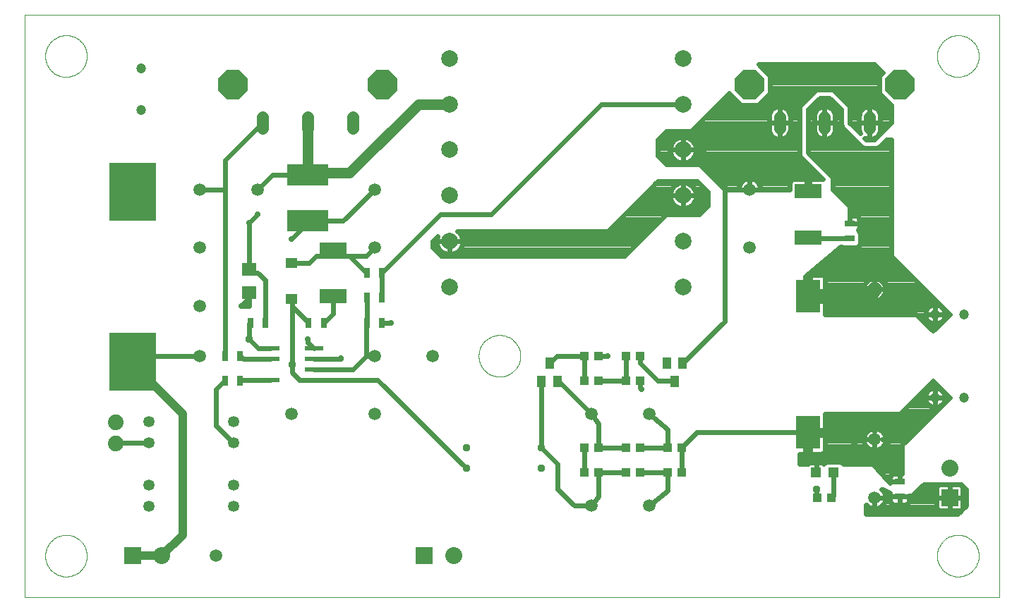
<source format=gtl>
G75*
G70*
%OFA0B0*%
%FSLAX24Y24*%
%IPPOS*%
%LPD*%
%AMOC8*
5,1,8,0,0,1.08239X$1,22.5*
%
%ADD10C,0.0000*%
%ADD11C,0.0787*%
%ADD12C,0.0551*%
%ADD13OC8,0.1384*%
%ADD14R,0.0800X0.0800*%
%ADD15C,0.0800*%
%ADD16C,0.0740*%
%ADD17C,0.0531*%
%ADD18R,0.1260X0.0709*%
%ADD19R,0.1969X0.0984*%
%ADD20C,0.0472*%
%ADD21R,0.0472X0.0315*%
%ADD22R,0.0315X0.0472*%
%ADD23R,0.1181X0.1575*%
%ADD24R,0.0472X0.0472*%
%ADD25R,0.0433X0.0394*%
%ADD26R,0.0709X0.0630*%
%ADD27C,0.0591*%
%ADD28R,0.0579X0.0500*%
%ADD29R,0.0870X0.0240*%
%ADD30C,0.0376*%
%ADD31R,0.0394X0.0551*%
%ADD32R,0.2205X0.2717*%
%ADD33C,0.0400*%
%ADD34C,0.0240*%
%ADD35C,0.0290*%
%ADD36C,0.0700*%
%ADD37C,0.0500*%
D10*
X001683Y002076D02*
X001683Y029635D01*
X047746Y029635D01*
X047746Y002076D01*
X001683Y002076D01*
X002668Y004045D02*
X002670Y004107D01*
X002676Y004170D01*
X002686Y004231D01*
X002700Y004292D01*
X002717Y004352D01*
X002738Y004411D01*
X002764Y004468D01*
X002792Y004523D01*
X002824Y004577D01*
X002860Y004628D01*
X002898Y004678D01*
X002940Y004724D01*
X002984Y004768D01*
X003032Y004809D01*
X003081Y004847D01*
X003133Y004881D01*
X003187Y004912D01*
X003243Y004940D01*
X003301Y004964D01*
X003360Y004985D01*
X003420Y005001D01*
X003481Y005014D01*
X003543Y005023D01*
X003605Y005028D01*
X003668Y005029D01*
X003730Y005026D01*
X003792Y005019D01*
X003854Y005008D01*
X003914Y004993D01*
X003974Y004975D01*
X004032Y004953D01*
X004089Y004927D01*
X004144Y004897D01*
X004197Y004864D01*
X004248Y004828D01*
X004296Y004789D01*
X004342Y004746D01*
X004385Y004701D01*
X004425Y004653D01*
X004462Y004603D01*
X004496Y004550D01*
X004527Y004496D01*
X004553Y004440D01*
X004577Y004382D01*
X004596Y004322D01*
X004612Y004262D01*
X004624Y004200D01*
X004632Y004139D01*
X004636Y004076D01*
X004636Y004014D01*
X004632Y003951D01*
X004624Y003890D01*
X004612Y003828D01*
X004596Y003768D01*
X004577Y003708D01*
X004553Y003650D01*
X004527Y003594D01*
X004496Y003540D01*
X004462Y003487D01*
X004425Y003437D01*
X004385Y003389D01*
X004342Y003344D01*
X004296Y003301D01*
X004248Y003262D01*
X004197Y003226D01*
X004144Y003193D01*
X004089Y003163D01*
X004032Y003137D01*
X003974Y003115D01*
X003914Y003097D01*
X003854Y003082D01*
X003792Y003071D01*
X003730Y003064D01*
X003668Y003061D01*
X003605Y003062D01*
X003543Y003067D01*
X003481Y003076D01*
X003420Y003089D01*
X003360Y003105D01*
X003301Y003126D01*
X003243Y003150D01*
X003187Y003178D01*
X003133Y003209D01*
X003081Y003243D01*
X003032Y003281D01*
X002984Y003322D01*
X002940Y003366D01*
X002898Y003412D01*
X002860Y003462D01*
X002824Y003513D01*
X002792Y003567D01*
X002764Y003622D01*
X002738Y003679D01*
X002717Y003738D01*
X002700Y003798D01*
X002686Y003859D01*
X002676Y003920D01*
X002670Y003983D01*
X002668Y004045D01*
X023140Y013494D02*
X023142Y013556D01*
X023148Y013619D01*
X023158Y013680D01*
X023172Y013741D01*
X023189Y013801D01*
X023210Y013860D01*
X023236Y013917D01*
X023264Y013972D01*
X023296Y014026D01*
X023332Y014077D01*
X023370Y014127D01*
X023412Y014173D01*
X023456Y014217D01*
X023504Y014258D01*
X023553Y014296D01*
X023605Y014330D01*
X023659Y014361D01*
X023715Y014389D01*
X023773Y014413D01*
X023832Y014434D01*
X023892Y014450D01*
X023953Y014463D01*
X024015Y014472D01*
X024077Y014477D01*
X024140Y014478D01*
X024202Y014475D01*
X024264Y014468D01*
X024326Y014457D01*
X024386Y014442D01*
X024446Y014424D01*
X024504Y014402D01*
X024561Y014376D01*
X024616Y014346D01*
X024669Y014313D01*
X024720Y014277D01*
X024768Y014238D01*
X024814Y014195D01*
X024857Y014150D01*
X024897Y014102D01*
X024934Y014052D01*
X024968Y013999D01*
X024999Y013945D01*
X025025Y013889D01*
X025049Y013831D01*
X025068Y013771D01*
X025084Y013711D01*
X025096Y013649D01*
X025104Y013588D01*
X025108Y013525D01*
X025108Y013463D01*
X025104Y013400D01*
X025096Y013339D01*
X025084Y013277D01*
X025068Y013217D01*
X025049Y013157D01*
X025025Y013099D01*
X024999Y013043D01*
X024968Y012989D01*
X024934Y012936D01*
X024897Y012886D01*
X024857Y012838D01*
X024814Y012793D01*
X024768Y012750D01*
X024720Y012711D01*
X024669Y012675D01*
X024616Y012642D01*
X024561Y012612D01*
X024504Y012586D01*
X024446Y012564D01*
X024386Y012546D01*
X024326Y012531D01*
X024264Y012520D01*
X024202Y012513D01*
X024140Y012510D01*
X024077Y012511D01*
X024015Y012516D01*
X023953Y012525D01*
X023892Y012538D01*
X023832Y012554D01*
X023773Y012575D01*
X023715Y012599D01*
X023659Y012627D01*
X023605Y012658D01*
X023553Y012692D01*
X023504Y012730D01*
X023456Y012771D01*
X023412Y012815D01*
X023370Y012861D01*
X023332Y012911D01*
X023296Y012962D01*
X023264Y013016D01*
X023236Y013071D01*
X023210Y013128D01*
X023189Y013187D01*
X023172Y013247D01*
X023158Y013308D01*
X023148Y013369D01*
X023142Y013432D01*
X023140Y013494D01*
X044794Y004045D02*
X044796Y004107D01*
X044802Y004170D01*
X044812Y004231D01*
X044826Y004292D01*
X044843Y004352D01*
X044864Y004411D01*
X044890Y004468D01*
X044918Y004523D01*
X044950Y004577D01*
X044986Y004628D01*
X045024Y004678D01*
X045066Y004724D01*
X045110Y004768D01*
X045158Y004809D01*
X045207Y004847D01*
X045259Y004881D01*
X045313Y004912D01*
X045369Y004940D01*
X045427Y004964D01*
X045486Y004985D01*
X045546Y005001D01*
X045607Y005014D01*
X045669Y005023D01*
X045731Y005028D01*
X045794Y005029D01*
X045856Y005026D01*
X045918Y005019D01*
X045980Y005008D01*
X046040Y004993D01*
X046100Y004975D01*
X046158Y004953D01*
X046215Y004927D01*
X046270Y004897D01*
X046323Y004864D01*
X046374Y004828D01*
X046422Y004789D01*
X046468Y004746D01*
X046511Y004701D01*
X046551Y004653D01*
X046588Y004603D01*
X046622Y004550D01*
X046653Y004496D01*
X046679Y004440D01*
X046703Y004382D01*
X046722Y004322D01*
X046738Y004262D01*
X046750Y004200D01*
X046758Y004139D01*
X046762Y004076D01*
X046762Y004014D01*
X046758Y003951D01*
X046750Y003890D01*
X046738Y003828D01*
X046722Y003768D01*
X046703Y003708D01*
X046679Y003650D01*
X046653Y003594D01*
X046622Y003540D01*
X046588Y003487D01*
X046551Y003437D01*
X046511Y003389D01*
X046468Y003344D01*
X046422Y003301D01*
X046374Y003262D01*
X046323Y003226D01*
X046270Y003193D01*
X046215Y003163D01*
X046158Y003137D01*
X046100Y003115D01*
X046040Y003097D01*
X045980Y003082D01*
X045918Y003071D01*
X045856Y003064D01*
X045794Y003061D01*
X045731Y003062D01*
X045669Y003067D01*
X045607Y003076D01*
X045546Y003089D01*
X045486Y003105D01*
X045427Y003126D01*
X045369Y003150D01*
X045313Y003178D01*
X045259Y003209D01*
X045207Y003243D01*
X045158Y003281D01*
X045110Y003322D01*
X045066Y003366D01*
X045024Y003412D01*
X044986Y003462D01*
X044950Y003513D01*
X044918Y003567D01*
X044890Y003622D01*
X044864Y003679D01*
X044843Y003738D01*
X044826Y003798D01*
X044812Y003859D01*
X044802Y003920D01*
X044796Y003983D01*
X044794Y004045D01*
X044794Y027667D02*
X044796Y027729D01*
X044802Y027792D01*
X044812Y027853D01*
X044826Y027914D01*
X044843Y027974D01*
X044864Y028033D01*
X044890Y028090D01*
X044918Y028145D01*
X044950Y028199D01*
X044986Y028250D01*
X045024Y028300D01*
X045066Y028346D01*
X045110Y028390D01*
X045158Y028431D01*
X045207Y028469D01*
X045259Y028503D01*
X045313Y028534D01*
X045369Y028562D01*
X045427Y028586D01*
X045486Y028607D01*
X045546Y028623D01*
X045607Y028636D01*
X045669Y028645D01*
X045731Y028650D01*
X045794Y028651D01*
X045856Y028648D01*
X045918Y028641D01*
X045980Y028630D01*
X046040Y028615D01*
X046100Y028597D01*
X046158Y028575D01*
X046215Y028549D01*
X046270Y028519D01*
X046323Y028486D01*
X046374Y028450D01*
X046422Y028411D01*
X046468Y028368D01*
X046511Y028323D01*
X046551Y028275D01*
X046588Y028225D01*
X046622Y028172D01*
X046653Y028118D01*
X046679Y028062D01*
X046703Y028004D01*
X046722Y027944D01*
X046738Y027884D01*
X046750Y027822D01*
X046758Y027761D01*
X046762Y027698D01*
X046762Y027636D01*
X046758Y027573D01*
X046750Y027512D01*
X046738Y027450D01*
X046722Y027390D01*
X046703Y027330D01*
X046679Y027272D01*
X046653Y027216D01*
X046622Y027162D01*
X046588Y027109D01*
X046551Y027059D01*
X046511Y027011D01*
X046468Y026966D01*
X046422Y026923D01*
X046374Y026884D01*
X046323Y026848D01*
X046270Y026815D01*
X046215Y026785D01*
X046158Y026759D01*
X046100Y026737D01*
X046040Y026719D01*
X045980Y026704D01*
X045918Y026693D01*
X045856Y026686D01*
X045794Y026683D01*
X045731Y026684D01*
X045669Y026689D01*
X045607Y026698D01*
X045546Y026711D01*
X045486Y026727D01*
X045427Y026748D01*
X045369Y026772D01*
X045313Y026800D01*
X045259Y026831D01*
X045207Y026865D01*
X045158Y026903D01*
X045110Y026944D01*
X045066Y026988D01*
X045024Y027034D01*
X044986Y027084D01*
X044950Y027135D01*
X044918Y027189D01*
X044890Y027244D01*
X044864Y027301D01*
X044843Y027360D01*
X044826Y027420D01*
X044812Y027481D01*
X044802Y027542D01*
X044796Y027605D01*
X044794Y027667D01*
X002668Y027667D02*
X002670Y027729D01*
X002676Y027792D01*
X002686Y027853D01*
X002700Y027914D01*
X002717Y027974D01*
X002738Y028033D01*
X002764Y028090D01*
X002792Y028145D01*
X002824Y028199D01*
X002860Y028250D01*
X002898Y028300D01*
X002940Y028346D01*
X002984Y028390D01*
X003032Y028431D01*
X003081Y028469D01*
X003133Y028503D01*
X003187Y028534D01*
X003243Y028562D01*
X003301Y028586D01*
X003360Y028607D01*
X003420Y028623D01*
X003481Y028636D01*
X003543Y028645D01*
X003605Y028650D01*
X003668Y028651D01*
X003730Y028648D01*
X003792Y028641D01*
X003854Y028630D01*
X003914Y028615D01*
X003974Y028597D01*
X004032Y028575D01*
X004089Y028549D01*
X004144Y028519D01*
X004197Y028486D01*
X004248Y028450D01*
X004296Y028411D01*
X004342Y028368D01*
X004385Y028323D01*
X004425Y028275D01*
X004462Y028225D01*
X004496Y028172D01*
X004527Y028118D01*
X004553Y028062D01*
X004577Y028004D01*
X004596Y027944D01*
X004612Y027884D01*
X004624Y027822D01*
X004632Y027761D01*
X004636Y027698D01*
X004636Y027636D01*
X004632Y027573D01*
X004624Y027512D01*
X004612Y027450D01*
X004596Y027390D01*
X004577Y027330D01*
X004553Y027272D01*
X004527Y027216D01*
X004496Y027162D01*
X004462Y027109D01*
X004425Y027059D01*
X004385Y027011D01*
X004342Y026966D01*
X004296Y026923D01*
X004248Y026884D01*
X004197Y026848D01*
X004144Y026815D01*
X004089Y026785D01*
X004032Y026759D01*
X003974Y026737D01*
X003914Y026719D01*
X003854Y026704D01*
X003792Y026693D01*
X003730Y026686D01*
X003668Y026683D01*
X003605Y026684D01*
X003543Y026689D01*
X003481Y026698D01*
X003420Y026711D01*
X003360Y026727D01*
X003301Y026748D01*
X003243Y026772D01*
X003187Y026800D01*
X003133Y026831D01*
X003081Y026865D01*
X003032Y026903D01*
X002984Y026944D01*
X002940Y026988D01*
X002898Y027034D01*
X002860Y027084D01*
X002824Y027135D01*
X002792Y027189D01*
X002764Y027244D01*
X002738Y027301D01*
X002717Y027360D01*
X002700Y027420D01*
X002686Y027481D01*
X002676Y027542D01*
X002670Y027605D01*
X002668Y027667D01*
D11*
X021762Y027568D03*
X021762Y025403D03*
X021762Y023238D03*
X021762Y021072D03*
X021762Y018907D03*
X021762Y016742D03*
X032786Y016742D03*
X032786Y018907D03*
X032786Y021072D03*
X032786Y023238D03*
X032786Y025403D03*
X032786Y027568D03*
D12*
X037352Y024793D02*
X037352Y024242D01*
X039478Y024242D02*
X039478Y024793D01*
X041604Y024793D02*
X041604Y024242D01*
X017195Y024242D02*
X017195Y024793D01*
X015069Y024793D02*
X015069Y024242D01*
X012943Y024242D02*
X012943Y024793D01*
D13*
X011526Y026328D03*
X018612Y026328D03*
X035935Y026328D03*
X043022Y026328D03*
D14*
X045384Y006801D03*
X020581Y004045D03*
X006801Y004045D03*
D15*
X008179Y004045D03*
X021959Y004045D03*
X045384Y008179D03*
D16*
X006014Y009344D03*
X006014Y010344D03*
D17*
X007557Y010375D03*
X007557Y009375D03*
X007557Y007375D03*
X007557Y006375D03*
X011557Y006375D03*
X011557Y007375D03*
X011557Y009375D03*
X011557Y010375D03*
D18*
X016250Y016328D03*
X016250Y018533D03*
X038691Y019084D03*
X038691Y021289D03*
D19*
X015069Y022057D03*
X015069Y019891D03*
D20*
X007195Y025108D03*
X007195Y027076D03*
X044695Y015462D03*
X046073Y015462D03*
X046073Y011525D03*
X044695Y011525D03*
D21*
X043022Y007549D03*
X043022Y006840D03*
X040660Y019045D03*
X040660Y019753D03*
D22*
X018573Y017431D03*
X017864Y017431D03*
X017864Y016249D03*
X018573Y016249D03*
X018573Y015068D03*
X017864Y015068D03*
X015817Y015068D03*
X015108Y015068D03*
X013061Y015068D03*
X012352Y015068D03*
X011880Y013494D03*
X011171Y013494D03*
X011171Y012312D03*
X011880Y012312D03*
D23*
X038691Y009871D03*
X038691Y016328D03*
D24*
X039065Y007982D03*
X039892Y007982D03*
D25*
X039813Y006801D03*
X039144Y006801D03*
X032726Y007982D03*
X032057Y007982D03*
X030758Y007982D03*
X030089Y007982D03*
X028789Y007982D03*
X028120Y007982D03*
X028120Y009163D03*
X028789Y009163D03*
X030089Y009163D03*
X030758Y009163D03*
X032057Y009163D03*
X032726Y009163D03*
X030758Y012312D03*
X030089Y012312D03*
X028789Y012312D03*
X028120Y012312D03*
X028120Y013494D03*
X028789Y013494D03*
X030089Y013494D03*
X030758Y013494D03*
D26*
X012313Y016486D03*
X012313Y017588D03*
D27*
X009951Y018612D03*
X009951Y021368D03*
X012707Y021368D03*
X018219Y021368D03*
X018219Y018612D03*
X018219Y013494D03*
X020974Y013494D03*
X018219Y010738D03*
X014282Y010738D03*
X009951Y013494D03*
X009951Y015856D03*
X028455Y010738D03*
X031211Y010738D03*
X031211Y006407D03*
X028455Y006407D03*
X041841Y006801D03*
X041841Y009557D03*
X041841Y016643D03*
X035935Y018612D03*
X035935Y021368D03*
X010738Y004045D03*
D28*
X014282Y016190D03*
X014282Y017883D03*
D29*
X013291Y013854D03*
X013291Y013354D03*
X013291Y012354D03*
X015351Y012354D03*
X015351Y012854D03*
X015351Y013354D03*
X015351Y013854D03*
D30*
X014321Y013100D03*
X012313Y014281D03*
X022549Y009163D03*
X022549Y008179D03*
X026093Y008179D03*
X026093Y009163D03*
X039085Y007194D03*
D31*
X032392Y012273D03*
X032766Y013139D03*
X032018Y013139D03*
X026860Y012273D03*
X026112Y012273D03*
X026486Y013139D03*
D32*
X006801Y013218D03*
X006801Y021249D03*
D33*
X006801Y020186D01*
X006801Y013494D02*
X006801Y013218D01*
X006998Y013218D01*
X006998Y013494D01*
X006801Y013218D02*
X006801Y013100D01*
X007195Y013100D01*
X007195Y012706D01*
X006801Y013100D01*
X007195Y012706D02*
X009163Y010738D01*
X009163Y005029D01*
X008179Y004045D01*
X006801Y004045D01*
D34*
X006014Y009344D02*
X006045Y009375D01*
X007557Y009375D01*
X010738Y010194D02*
X010738Y011919D01*
X011132Y012312D01*
X011171Y012312D01*
X011880Y012312D02*
X011921Y012354D01*
X013291Y012354D01*
X014321Y012706D02*
X014673Y012354D01*
X015351Y012354D01*
X018374Y012354D01*
X022549Y008179D01*
X026093Y009163D02*
X026112Y009183D01*
X026112Y012273D01*
X026860Y012273D02*
X026919Y012273D01*
X028455Y010738D01*
X028494Y010777D01*
X028455Y010738D02*
X028789Y010285D01*
X028789Y009163D01*
X030089Y009163D01*
X030758Y009163D02*
X032057Y009163D01*
X032057Y010009D01*
X031211Y010738D01*
X030817Y011919D02*
X030758Y011978D01*
X030758Y012312D01*
X030089Y012312D02*
X028789Y012312D01*
X028120Y012312D02*
X028120Y013494D01*
X026841Y013494D01*
X026486Y013139D01*
X026447Y013100D01*
X028789Y013494D02*
X029242Y013494D01*
X030089Y013494D02*
X030089Y012312D01*
X030758Y013159D02*
X031604Y012312D01*
X032352Y012312D01*
X032392Y012273D01*
X032766Y013139D02*
X034754Y015127D01*
X034754Y022155D01*
X033671Y023238D01*
X032786Y023238D01*
X033399Y023238D01*
X033399Y023286D01*
X033384Y023381D01*
X033354Y023473D01*
X033310Y023559D01*
X033254Y023637D01*
X033185Y023706D01*
X033107Y023762D01*
X033021Y023806D01*
X032929Y023836D01*
X032834Y023851D01*
X032786Y023851D01*
X032786Y023238D01*
X032786Y023237D01*
X032786Y022624D01*
X032834Y022624D01*
X032929Y022639D01*
X033021Y022669D01*
X033107Y022713D01*
X033185Y022770D01*
X033254Y022838D01*
X033310Y022916D01*
X033354Y023002D01*
X033384Y023094D01*
X033399Y023189D01*
X033399Y023237D01*
X032786Y023237D01*
X032785Y023237D01*
X032785Y022624D01*
X032737Y022624D01*
X032642Y022639D01*
X032550Y022669D01*
X032464Y022713D01*
X032386Y022770D01*
X032317Y022838D01*
X032261Y022916D01*
X032217Y023002D01*
X032187Y023094D01*
X032172Y023189D01*
X032172Y023237D01*
X032785Y023237D01*
X032785Y023238D01*
X032172Y023238D01*
X032172Y023286D01*
X032187Y023381D01*
X032217Y023473D01*
X032261Y023559D01*
X032317Y023637D01*
X032386Y023706D01*
X032464Y023762D01*
X032550Y023806D01*
X032642Y023836D01*
X032737Y023851D01*
X032785Y023851D01*
X032785Y023238D01*
X032786Y023238D01*
X032785Y023307D02*
X032786Y023307D01*
X032785Y023545D02*
X032786Y023545D01*
X032785Y023784D02*
X032786Y023784D01*
X033066Y023784D02*
X037159Y023784D01*
X037162Y023782D02*
X037236Y023758D01*
X037313Y023746D01*
X037352Y023746D01*
X037352Y024517D01*
X036857Y024517D01*
X036857Y024203D01*
X036869Y024126D01*
X036893Y024051D01*
X036929Y023982D01*
X036974Y023919D01*
X037030Y023864D01*
X037093Y023818D01*
X037162Y023782D01*
X037352Y023784D02*
X037353Y023784D01*
X037353Y023746D02*
X037391Y023746D01*
X037468Y023758D01*
X037543Y023782D01*
X037612Y023818D01*
X037675Y023864D01*
X037730Y023919D01*
X037776Y023982D01*
X037812Y024051D01*
X037836Y024126D01*
X037848Y024203D01*
X037848Y024517D01*
X037353Y024517D01*
X037353Y024517D01*
X037848Y024517D01*
X037848Y024832D01*
X037836Y024909D01*
X037812Y024983D01*
X037776Y025052D01*
X037730Y025116D01*
X037675Y025171D01*
X037612Y025217D01*
X037543Y025252D01*
X037468Y025276D01*
X037391Y025288D01*
X037353Y025288D01*
X037353Y024518D01*
X037352Y024518D01*
X037352Y025288D01*
X037313Y025288D01*
X037236Y025276D01*
X037162Y025252D01*
X037093Y025217D01*
X037030Y025171D01*
X036974Y025116D01*
X036929Y025052D01*
X036893Y024983D01*
X036869Y024909D01*
X036857Y024832D01*
X036857Y024517D01*
X037352Y024517D01*
X037352Y024517D01*
X037353Y024517D01*
X037353Y023746D01*
X037545Y023784D02*
X038297Y023784D01*
X038297Y024022D02*
X037797Y024022D01*
X037848Y024261D02*
X038297Y024261D01*
X038297Y024499D02*
X037848Y024499D01*
X037848Y024738D02*
X038297Y024738D01*
X038297Y024976D02*
X037814Y024976D01*
X037614Y025215D02*
X038297Y025215D01*
X038297Y025305D02*
X038297Y022942D01*
X039386Y021853D01*
X039350Y021863D01*
X038748Y021863D01*
X038748Y021368D01*
X038634Y021368D01*
X038634Y021863D01*
X038032Y021863D01*
X037976Y021848D01*
X037926Y021819D01*
X037885Y021778D01*
X037856Y021728D01*
X037841Y021672D01*
X037841Y021368D01*
X035936Y021368D01*
X036450Y021368D01*
X036450Y021408D01*
X036438Y021488D01*
X036413Y021565D01*
X036376Y021638D01*
X036328Y021703D01*
X036271Y021761D01*
X036205Y021808D01*
X036133Y021845D01*
X036056Y021870D01*
X035976Y021883D01*
X035935Y021883D01*
X035895Y021883D01*
X035814Y021870D01*
X035737Y021845D01*
X035665Y021808D01*
X035599Y021761D01*
X035542Y021703D01*
X035494Y021638D01*
X035458Y021565D01*
X035433Y021488D01*
X035420Y021408D01*
X035420Y021368D01*
X035935Y021368D01*
X035935Y021883D01*
X035935Y021368D01*
X035935Y021368D01*
X035935Y021368D01*
X034754Y021368D01*
X033573Y022549D01*
X031998Y022549D01*
X031604Y022942D01*
X031604Y023730D01*
X031998Y024123D01*
X033179Y024123D01*
X034972Y025916D01*
X035532Y025356D01*
X036338Y025356D01*
X036907Y025926D01*
X036907Y026731D01*
X036365Y027273D01*
X041841Y027273D01*
X042216Y026897D01*
X042050Y026731D01*
X042050Y025926D01*
X042619Y025356D01*
X042628Y025356D01*
X042628Y024517D01*
X041841Y023730D01*
X041447Y023730D01*
X041374Y023803D01*
X041414Y023782D01*
X041488Y023758D01*
X041565Y023746D01*
X041604Y023746D01*
X041604Y024517D01*
X041109Y024517D01*
X041109Y024203D01*
X041121Y024126D01*
X041145Y024051D01*
X041166Y024011D01*
X040660Y024517D01*
X040660Y025305D01*
X039872Y026092D01*
X039085Y026092D01*
X038297Y025305D01*
X038446Y025453D02*
X036435Y025453D01*
X036674Y025692D02*
X038685Y025692D01*
X038923Y025931D02*
X036907Y025931D01*
X036907Y026169D02*
X042050Y026169D01*
X042050Y025931D02*
X040034Y025931D01*
X040272Y025692D02*
X042283Y025692D01*
X042522Y025453D02*
X040511Y025453D01*
X040660Y025215D02*
X041342Y025215D01*
X041345Y025217D02*
X041282Y025171D01*
X041226Y025116D01*
X041181Y025052D01*
X041145Y024983D01*
X041121Y024909D01*
X041109Y024832D01*
X041109Y024517D01*
X041604Y024517D01*
X041604Y024517D01*
X041605Y024517D01*
X041605Y024517D01*
X042100Y024517D01*
X042100Y024203D01*
X042088Y024126D01*
X042064Y024051D01*
X042028Y023982D01*
X041982Y023919D01*
X041927Y023864D01*
X041864Y023818D01*
X041795Y023782D01*
X041720Y023758D01*
X041643Y023746D01*
X041605Y023746D01*
X041605Y024517D01*
X042100Y024517D01*
X042100Y024832D01*
X042088Y024909D01*
X042064Y024983D01*
X042028Y025052D01*
X041982Y025116D01*
X041927Y025171D01*
X041864Y025217D01*
X041795Y025252D01*
X041720Y025276D01*
X041643Y025288D01*
X041605Y025288D01*
X041605Y024518D01*
X041604Y024518D01*
X041604Y025288D01*
X041565Y025288D01*
X041488Y025276D01*
X041414Y025252D01*
X041345Y025217D01*
X041604Y025215D02*
X041605Y025215D01*
X041604Y024976D02*
X041605Y024976D01*
X041604Y024738D02*
X041605Y024738D01*
X041604Y024499D02*
X041605Y024499D01*
X041604Y024261D02*
X041605Y024261D01*
X041604Y024022D02*
X041605Y024022D01*
X041604Y023784D02*
X041605Y023784D01*
X041797Y023784D02*
X041895Y023784D01*
X042049Y024022D02*
X042133Y024022D01*
X042100Y024261D02*
X042372Y024261D01*
X042610Y024499D02*
X042100Y024499D01*
X042100Y024738D02*
X042628Y024738D01*
X042628Y024976D02*
X042066Y024976D01*
X041866Y025215D02*
X042628Y025215D01*
X042050Y026408D02*
X036907Y026408D01*
X036907Y026646D02*
X042050Y026646D01*
X042204Y026885D02*
X036753Y026885D01*
X036515Y027123D02*
X041990Y027123D01*
X040260Y025139D02*
X039706Y025692D01*
X039250Y025692D01*
X038697Y025139D01*
X038697Y023108D01*
X039705Y022100D01*
X039817Y021988D01*
X039878Y021841D01*
X039878Y021447D01*
X039878Y021361D01*
X040660Y020580D01*
X040660Y019754D01*
X040660Y019754D01*
X040660Y020131D01*
X040925Y020131D01*
X040981Y020116D01*
X041031Y020087D01*
X041072Y020046D01*
X041101Y019996D01*
X041116Y019940D01*
X041116Y019754D01*
X040660Y019754D01*
X040660Y019753D01*
X041116Y019753D01*
X041116Y019567D01*
X041101Y019511D01*
X041072Y019461D01*
X041052Y019441D01*
X041054Y019440D01*
X041133Y019361D01*
X041176Y019258D01*
X041176Y018832D01*
X041133Y018729D01*
X041054Y018650D01*
X040951Y018607D01*
X040368Y018607D01*
X040277Y018645D01*
X040227Y018645D01*
X038571Y017265D01*
X038571Y016448D01*
X038811Y016448D01*
X039502Y016448D01*
X039502Y017145D01*
X039487Y017201D01*
X039458Y017251D01*
X039417Y017292D01*
X039366Y017321D01*
X039311Y017336D01*
X038811Y017336D01*
X038811Y016448D01*
X038811Y016208D01*
X039502Y016208D01*
X039502Y015512D01*
X039488Y015462D01*
X041053Y015462D01*
X041504Y016251D01*
X041505Y016250D01*
X041571Y016202D01*
X041643Y016166D01*
X041720Y016141D01*
X041800Y016128D01*
X041840Y016128D01*
X041840Y016643D01*
X041325Y016643D01*
X041325Y016603D01*
X041338Y016522D01*
X041363Y016445D01*
X041400Y016373D01*
X041448Y016307D01*
X041505Y016250D01*
X041571Y016202D01*
X041624Y016175D01*
X041053Y015462D01*
X043809Y015462D01*
X044597Y014675D01*
X045384Y015462D01*
X042628Y018218D01*
X042007Y017131D01*
X042038Y017121D01*
X042111Y017084D01*
X042176Y017036D01*
X042234Y016979D01*
X042281Y016913D01*
X042318Y016841D01*
X042343Y016764D01*
X042356Y016684D01*
X042356Y016643D01*
X041841Y016643D01*
X041841Y016643D01*
X042356Y016643D01*
X042356Y016603D01*
X042343Y016522D01*
X042318Y016445D01*
X042281Y016373D01*
X042234Y016307D01*
X042176Y016250D01*
X042111Y016202D01*
X042038Y016166D01*
X041961Y016141D01*
X041881Y016128D01*
X041841Y016128D01*
X041841Y016643D01*
X041840Y016643D01*
X041840Y016643D01*
X041325Y016643D01*
X041325Y016684D01*
X041338Y016764D01*
X041363Y016841D01*
X041400Y016913D01*
X041448Y016979D01*
X041505Y017036D01*
X041571Y017084D01*
X041643Y017121D01*
X041720Y017146D01*
X041800Y017158D01*
X041840Y017158D01*
X041840Y016644D01*
X041841Y016644D01*
X041841Y017158D01*
X041881Y017158D01*
X041961Y017146D01*
X042038Y017121D01*
X042111Y017084D01*
X042176Y017036D01*
X042234Y016979D01*
X042249Y016957D01*
X042628Y017431D01*
X042628Y023730D01*
X042406Y023730D01*
X042180Y023503D01*
X042067Y023391D01*
X041920Y023330D01*
X041526Y023330D01*
X041367Y023330D01*
X041220Y023391D01*
X040433Y024178D01*
X040320Y024291D01*
X040260Y024438D01*
X040260Y025139D01*
X040183Y025215D02*
X039740Y025215D01*
X039738Y025217D02*
X039669Y025252D01*
X039594Y025276D01*
X039517Y025288D01*
X039479Y025288D01*
X039479Y024518D01*
X039478Y024518D01*
X039478Y025288D01*
X039439Y025288D01*
X039362Y025276D01*
X039288Y025252D01*
X039219Y025217D01*
X039156Y025171D01*
X039100Y025116D01*
X039055Y025052D01*
X039019Y024983D01*
X038995Y024909D01*
X038983Y024832D01*
X038983Y024517D01*
X038983Y024203D01*
X038995Y024126D01*
X039019Y024051D01*
X039055Y023982D01*
X039100Y023919D01*
X039156Y023864D01*
X039219Y023818D01*
X039288Y023782D01*
X039362Y023758D01*
X039439Y023746D01*
X039478Y023746D01*
X039478Y024517D01*
X038983Y024517D01*
X039478Y024517D01*
X039478Y024517D01*
X039479Y024517D01*
X039479Y024517D01*
X039974Y024517D01*
X039974Y024203D01*
X039962Y024126D01*
X039938Y024051D01*
X039902Y023982D01*
X039856Y023919D01*
X039801Y023864D01*
X039738Y023818D01*
X039669Y023782D01*
X039594Y023758D01*
X039517Y023746D01*
X039479Y023746D01*
X039479Y024517D01*
X039974Y024517D01*
X039974Y024832D01*
X039962Y024909D01*
X039938Y024983D01*
X039902Y025052D01*
X039856Y025116D01*
X039801Y025171D01*
X039738Y025217D01*
X039479Y025215D02*
X039478Y025215D01*
X039478Y024976D02*
X039479Y024976D01*
X039478Y024738D02*
X039479Y024738D01*
X039478Y024499D02*
X039479Y024499D01*
X039478Y024261D02*
X039479Y024261D01*
X039478Y024022D02*
X039479Y024022D01*
X039478Y023784D02*
X039479Y023784D01*
X039671Y023784D02*
X040827Y023784D01*
X040589Y024022D02*
X039923Y024022D01*
X039974Y024261D02*
X040350Y024261D01*
X040260Y024499D02*
X039974Y024499D01*
X039974Y024738D02*
X040260Y024738D01*
X040260Y024976D02*
X039940Y024976D01*
X040660Y024976D02*
X041143Y024976D01*
X041109Y024738D02*
X040660Y024738D01*
X040677Y024499D02*
X041109Y024499D01*
X041109Y024261D02*
X040916Y024261D01*
X041154Y024022D02*
X041160Y024022D01*
X041393Y023784D02*
X041411Y023784D01*
X041066Y023545D02*
X038697Y023545D01*
X038697Y023307D02*
X042628Y023307D01*
X042628Y023545D02*
X042222Y023545D01*
X042628Y023068D02*
X038737Y023068D01*
X038976Y022829D02*
X042628Y022829D01*
X042628Y022591D02*
X039214Y022591D01*
X039453Y022352D02*
X042628Y022352D01*
X042628Y022114D02*
X039691Y022114D01*
X039864Y021875D02*
X042628Y021875D01*
X042628Y021637D02*
X039878Y021637D01*
X039878Y021398D02*
X042628Y021398D01*
X042628Y021160D02*
X040080Y021160D01*
X040319Y020921D02*
X042628Y020921D01*
X042628Y020683D02*
X040557Y020683D01*
X040660Y020444D02*
X042628Y020444D01*
X042628Y020206D02*
X040660Y020206D01*
X040660Y019967D02*
X040660Y019967D01*
X041108Y019967D02*
X042628Y019967D01*
X042628Y019728D02*
X041116Y019728D01*
X041089Y019490D02*
X042628Y019490D01*
X042628Y019251D02*
X041176Y019251D01*
X041176Y019013D02*
X042628Y019013D01*
X042628Y018774D02*
X041152Y018774D01*
X040660Y019045D02*
X038730Y019045D01*
X038691Y019084D01*
X039810Y018297D02*
X042628Y018297D01*
X042628Y018059D02*
X039523Y018059D01*
X039237Y017820D02*
X042628Y017820D01*
X042401Y017820D02*
X043026Y017820D01*
X043264Y017582D02*
X042264Y017582D01*
X042128Y017343D02*
X043503Y017343D01*
X043742Y017104D02*
X042070Y017104D01*
X042367Y017104D01*
X042305Y016866D02*
X043980Y016866D01*
X044219Y016627D02*
X042356Y016627D01*
X042289Y016389D02*
X044457Y016389D01*
X044696Y016150D02*
X041991Y016150D01*
X041841Y016150D02*
X041840Y016150D01*
X041690Y016150D02*
X041446Y016150D01*
X041604Y016150D02*
X039502Y016150D01*
X039502Y015912D02*
X041413Y015912D01*
X041310Y015912D02*
X044618Y015912D01*
X044588Y015907D02*
X044520Y015885D01*
X044456Y015852D01*
X044398Y015810D01*
X044347Y015759D01*
X044305Y015701D01*
X044272Y015637D01*
X044250Y015569D01*
X044239Y015498D01*
X044239Y015462D01*
X044239Y015426D01*
X044250Y015355D01*
X044272Y015287D01*
X044305Y015223D01*
X044347Y015165D01*
X044398Y015114D01*
X044456Y015072D01*
X044520Y015039D01*
X044588Y015017D01*
X044659Y015006D01*
X044695Y015006D01*
X044731Y015006D01*
X044802Y015017D01*
X044870Y015039D01*
X044934Y015072D01*
X044992Y015114D01*
X045043Y015165D01*
X045085Y015223D01*
X045118Y015287D01*
X045140Y015355D01*
X045151Y015426D01*
X045151Y015462D01*
X045151Y015498D01*
X045140Y015569D01*
X045118Y015637D01*
X045085Y015701D01*
X045043Y015759D01*
X044992Y015810D01*
X044934Y015852D01*
X044870Y015885D01*
X044802Y015907D01*
X044731Y015918D01*
X044695Y015918D01*
X044695Y015462D01*
X045151Y015462D01*
X044695Y015462D01*
X044695Y015462D01*
X044695Y015006D01*
X044695Y015462D01*
X044695Y015462D01*
X044695Y015462D01*
X044239Y015462D01*
X044695Y015462D01*
X044695Y015462D01*
X044695Y015918D01*
X044659Y015918D01*
X044588Y015907D01*
X044695Y015912D02*
X044695Y015912D01*
X044772Y015912D02*
X044934Y015912D01*
X045099Y015673D02*
X045173Y015673D01*
X045151Y015435D02*
X045357Y015435D01*
X045118Y015196D02*
X045066Y015196D01*
X044879Y014958D02*
X044314Y014958D01*
X044324Y015196D02*
X044075Y015196D01*
X044239Y015435D02*
X043837Y015435D01*
X044291Y015673D02*
X041174Y015673D01*
X041222Y015673D02*
X039502Y015673D01*
X039502Y016627D02*
X041325Y016627D01*
X041376Y016866D02*
X039502Y016866D01*
X039502Y017104D02*
X041611Y017104D01*
X041840Y017104D02*
X041841Y017104D01*
X041840Y016866D02*
X041841Y016866D01*
X041840Y016627D02*
X041841Y016627D01*
X041840Y016389D02*
X041841Y016389D01*
X041392Y016389D02*
X038811Y016389D01*
X038811Y016627D02*
X038571Y016627D01*
X038571Y016866D02*
X038811Y016866D01*
X038811Y017104D02*
X038571Y017104D01*
X038665Y017343D02*
X042558Y017343D01*
X042628Y017582D02*
X038951Y017582D01*
X040096Y018536D02*
X042628Y018536D01*
X042537Y018059D02*
X042787Y018059D01*
X044695Y015673D02*
X044695Y015673D01*
X044695Y015435D02*
X044695Y015435D01*
X044695Y015196D02*
X044695Y015196D01*
X044641Y014719D02*
X044552Y014719D01*
X044597Y012312D02*
X045384Y011525D01*
X043140Y009281D01*
X043140Y008612D01*
X042336Y009415D01*
X042343Y009436D01*
X042356Y009516D01*
X042356Y009556D01*
X042195Y009556D01*
X042195Y009557D01*
X042356Y009557D01*
X042356Y009597D01*
X042343Y009677D01*
X042318Y009754D01*
X042281Y009827D01*
X042234Y009892D01*
X042176Y009950D01*
X042111Y009997D01*
X042038Y010034D01*
X041961Y010059D01*
X041881Y010072D01*
X041841Y010072D01*
X041841Y009911D01*
X041840Y009911D01*
X041840Y010072D01*
X041800Y010072D01*
X041720Y010059D01*
X041699Y010052D01*
X041053Y010698D01*
X041053Y010738D01*
X043022Y010738D01*
X044597Y012312D01*
X044814Y012095D02*
X044379Y012095D01*
X044456Y011915D02*
X044398Y011873D01*
X044347Y011822D01*
X044305Y011764D01*
X044272Y011700D01*
X044250Y011632D01*
X044239Y011561D01*
X044239Y011525D01*
X044239Y011489D01*
X044250Y011418D01*
X044272Y011350D01*
X044305Y011286D01*
X044347Y011228D01*
X044398Y011177D01*
X044456Y011135D01*
X044520Y011102D01*
X044588Y011080D01*
X044659Y011069D01*
X044695Y011069D01*
X044731Y011069D01*
X044802Y011080D01*
X044870Y011102D01*
X044934Y011135D01*
X044992Y011177D01*
X045043Y011228D01*
X045085Y011286D01*
X045118Y011350D01*
X045140Y011418D01*
X045151Y011489D01*
X045151Y011525D01*
X045151Y011561D01*
X045140Y011632D01*
X045118Y011700D01*
X045085Y011764D01*
X045043Y011822D01*
X044992Y011873D01*
X044934Y011915D01*
X044870Y011948D01*
X044802Y011970D01*
X044731Y011981D01*
X044695Y011981D01*
X044695Y011525D01*
X045151Y011525D01*
X044695Y011525D01*
X044695Y011525D01*
X044695Y011069D01*
X044695Y011525D01*
X044695Y011525D01*
X044695Y011525D01*
X044239Y011525D01*
X044695Y011525D01*
X044695Y011525D01*
X044695Y011981D01*
X044659Y011981D01*
X044588Y011970D01*
X044520Y011948D01*
X044456Y011915D01*
X044381Y011856D02*
X044141Y011856D01*
X044248Y011618D02*
X043902Y011618D01*
X043664Y011379D02*
X044263Y011379D01*
X044448Y011141D02*
X043425Y011141D01*
X043186Y010902D02*
X044761Y010902D01*
X044695Y011141D02*
X044695Y011141D01*
X044695Y011379D02*
X044695Y011379D01*
X044695Y011618D02*
X044695Y011618D01*
X044695Y011856D02*
X044695Y011856D01*
X045009Y011856D02*
X045052Y011856D01*
X045142Y011618D02*
X045291Y011618D01*
X045238Y011379D02*
X045127Y011379D01*
X045000Y011141D02*
X044942Y011141D01*
X044523Y010664D02*
X041088Y010664D01*
X041127Y010664D02*
X039502Y010664D01*
X039502Y010688D02*
X039488Y010738D01*
X041053Y010738D01*
X041730Y010061D01*
X041720Y010059D01*
X041643Y010034D01*
X041571Y009997D01*
X041505Y009950D01*
X041448Y009892D01*
X041400Y009827D01*
X041363Y009754D01*
X041338Y009677D01*
X041325Y009597D01*
X041325Y009557D01*
X041840Y009557D01*
X041840Y009556D01*
X041325Y009556D01*
X041325Y009516D01*
X041338Y009436D01*
X041363Y009359D01*
X041400Y009286D01*
X041448Y009221D01*
X041505Y009164D01*
X041571Y009116D01*
X041643Y009079D01*
X041720Y009054D01*
X041800Y009041D01*
X041840Y009041D01*
X041840Y009556D01*
X041841Y009556D01*
X041841Y009041D01*
X041881Y009041D01*
X041961Y009054D01*
X042038Y009079D01*
X042111Y009116D01*
X042176Y009164D01*
X042234Y009221D01*
X042281Y009286D01*
X042318Y009359D01*
X042343Y009436D01*
X042345Y009446D01*
X043140Y008651D01*
X043140Y007926D01*
X043022Y007926D01*
X043022Y007549D01*
X043021Y007549D01*
X043021Y007548D01*
X042566Y007548D01*
X042566Y007499D01*
X041053Y009163D01*
X039502Y009163D01*
X039502Y009752D01*
X038811Y009752D01*
X038811Y009991D01*
X039502Y009991D01*
X039502Y010688D01*
X039502Y010425D02*
X041366Y010425D01*
X041326Y010425D02*
X044284Y010425D01*
X044046Y010187D02*
X041565Y010187D01*
X041604Y010187D02*
X039502Y010187D01*
X038811Y009948D02*
X041504Y009948D01*
X041349Y009710D02*
X039502Y009710D01*
X039502Y009557D02*
X040660Y009557D01*
X041841Y008375D01*
X040366Y008375D01*
X040365Y008377D01*
X040287Y008455D01*
X040184Y008498D01*
X039600Y008498D01*
X039497Y008455D01*
X039436Y008394D01*
X039386Y008423D01*
X039330Y008438D01*
X039065Y008438D01*
X038800Y008438D01*
X038744Y008423D01*
X038694Y008394D01*
X038675Y008375D01*
X038297Y008375D01*
X038297Y008864D01*
X038571Y008864D01*
X038571Y009557D01*
X038811Y009557D01*
X038811Y008864D01*
X039311Y008864D01*
X039366Y008879D01*
X039417Y008908D01*
X039458Y008949D01*
X039487Y008999D01*
X039502Y009055D01*
X039502Y009557D01*
X039502Y009471D02*
X040745Y009471D01*
X040984Y009233D02*
X039502Y009233D01*
X041439Y009233D01*
X041332Y009471D02*
X039502Y009471D01*
X039484Y008994D02*
X041222Y008994D01*
X041207Y008994D02*
X042797Y008994D01*
X042758Y008994D02*
X043140Y008994D01*
X043140Y009233D02*
X042519Y009233D01*
X042558Y009233D02*
X042242Y009233D01*
X042349Y009471D02*
X043330Y009471D01*
X043569Y009710D02*
X042333Y009710D01*
X042178Y009948D02*
X043807Y009948D01*
X043140Y008755D02*
X042996Y008755D01*
X043035Y008755D02*
X041424Y008755D01*
X041461Y008755D02*
X038297Y008755D01*
X038297Y008517D02*
X041699Y008517D01*
X041640Y008517D02*
X043140Y008517D01*
X043140Y008278D02*
X041857Y008278D01*
X042074Y008040D02*
X043140Y008040D01*
X043021Y007926D02*
X042756Y007926D01*
X042701Y007911D01*
X042650Y007882D01*
X042609Y007841D01*
X042581Y007791D01*
X042566Y007735D01*
X042566Y007549D01*
X043021Y007549D01*
X043021Y007926D01*
X043021Y007801D02*
X043022Y007801D01*
X043021Y007563D02*
X043022Y007563D01*
X042566Y007563D02*
X042508Y007563D01*
X042586Y007801D02*
X042291Y007801D01*
X042234Y007194D02*
X042358Y007132D01*
X042359Y007132D01*
X042386Y007103D01*
X042423Y007085D01*
X042456Y007061D01*
X042494Y007052D01*
X042529Y007035D01*
X042556Y007034D01*
X042566Y007028D01*
X042566Y007026D01*
X042566Y006840D01*
X042943Y006840D01*
X042943Y006840D01*
X042566Y006840D01*
X042566Y006654D01*
X042581Y006598D01*
X042609Y006547D01*
X042650Y006506D01*
X042701Y006478D01*
X042756Y006463D01*
X043021Y006463D01*
X043021Y006801D01*
X043022Y006801D01*
X043022Y006463D01*
X043287Y006463D01*
X043343Y006478D01*
X043393Y006506D01*
X043434Y006547D01*
X043463Y006598D01*
X043478Y006654D01*
X043478Y006840D01*
X043478Y006879D01*
X043612Y006879D01*
X044163Y007431D01*
X045935Y007431D01*
X046171Y007194D01*
X046171Y006407D01*
X045778Y006013D01*
X041447Y006013D01*
X041447Y006466D01*
X041448Y006465D01*
X041505Y006408D01*
X041571Y006360D01*
X041643Y006323D01*
X041720Y006298D01*
X041800Y006285D01*
X041840Y006285D01*
X041840Y006800D01*
X041841Y006800D01*
X041841Y006285D01*
X041881Y006285D01*
X041961Y006298D01*
X042038Y006323D01*
X042111Y006360D01*
X042176Y006408D01*
X042234Y006465D01*
X042281Y006531D01*
X042318Y006603D01*
X042343Y006680D01*
X042356Y006760D01*
X042356Y006800D01*
X041841Y006800D01*
X041841Y006801D01*
X042356Y006801D01*
X042356Y006841D01*
X042343Y006921D01*
X042318Y006998D01*
X042281Y007071D01*
X042234Y007136D01*
X042176Y007194D01*
X042175Y007194D01*
X042234Y007194D01*
X042270Y007086D02*
X042422Y007086D01*
X042355Y006847D02*
X042566Y006847D01*
X042578Y006609D02*
X042320Y006609D01*
X042125Y006370D02*
X044764Y006370D01*
X044764Y006372D02*
X044779Y006316D01*
X044808Y006266D01*
X044849Y006225D01*
X044899Y006196D01*
X044955Y006181D01*
X045384Y006181D01*
X045813Y006181D01*
X045869Y006196D01*
X045919Y006225D01*
X045960Y006266D01*
X045989Y006316D01*
X046004Y006372D01*
X046004Y006800D01*
X045384Y006800D01*
X045384Y006181D01*
X045384Y006800D01*
X045384Y006800D01*
X045384Y006801D01*
X045384Y006801D01*
X045384Y007421D01*
X045813Y007421D01*
X045869Y007406D01*
X045919Y007377D01*
X045960Y007336D01*
X045989Y007286D01*
X046004Y007230D01*
X046004Y006801D01*
X045384Y006801D01*
X045384Y007421D01*
X044955Y007421D01*
X044899Y007406D01*
X044849Y007377D01*
X044808Y007336D01*
X044779Y007286D01*
X044764Y007230D01*
X044764Y006801D01*
X045384Y006801D01*
X045384Y006800D01*
X044764Y006800D01*
X044764Y006372D01*
X044764Y006609D02*
X043466Y006609D01*
X043478Y006840D02*
X043061Y006840D01*
X043061Y006840D01*
X043478Y006840D01*
X043478Y006847D02*
X044764Y006847D01*
X044764Y007086D02*
X043819Y007086D01*
X044057Y007324D02*
X044801Y007324D01*
X045384Y007324D02*
X045384Y007324D01*
X045384Y007086D02*
X045384Y007086D01*
X045384Y006847D02*
X045384Y006847D01*
X045384Y006609D02*
X045384Y006609D01*
X045384Y006370D02*
X045384Y006370D01*
X045896Y006131D02*
X041447Y006131D01*
X041447Y006370D02*
X041557Y006370D01*
X041840Y006370D02*
X041841Y006370D01*
X041840Y006609D02*
X041841Y006609D01*
X043021Y006609D02*
X043022Y006609D01*
X043022Y006801D02*
X043022Y006801D01*
X039892Y006879D02*
X039813Y006801D01*
X039892Y006879D02*
X039892Y007982D01*
X039085Y008001D02*
X039085Y008769D01*
X039065Y008438D02*
X039065Y008375D01*
X039065Y008375D01*
X039065Y008438D01*
X039085Y008001D02*
X039065Y007982D01*
X039085Y007194D02*
X039085Y006860D01*
X039144Y006801D01*
X038811Y008994D02*
X038571Y008994D01*
X038571Y009233D02*
X038811Y009233D01*
X038811Y009471D02*
X038571Y009471D01*
X038691Y009871D02*
X033435Y009871D01*
X032726Y009163D01*
X032726Y007982D01*
X032057Y007982D02*
X030758Y007982D01*
X030089Y007982D02*
X028789Y007982D01*
X028789Y006860D01*
X028455Y006407D01*
X027667Y006407D01*
X026880Y007194D01*
X026880Y008375D01*
X026093Y009163D01*
X028120Y009163D02*
X028120Y007982D01*
X031211Y006407D02*
X032057Y007135D01*
X032057Y007982D01*
X030758Y013159D02*
X030758Y013494D01*
X030030Y018218D02*
X021368Y018218D01*
X020974Y018612D01*
X020974Y018927D01*
X021197Y019149D01*
X021193Y019142D01*
X021163Y019051D01*
X021148Y018955D01*
X021148Y018907D01*
X021761Y018907D01*
X021761Y018907D01*
X021148Y018907D01*
X021148Y018859D01*
X021163Y018763D01*
X021193Y018671D01*
X021237Y018585D01*
X021294Y018507D01*
X021362Y018439D01*
X021440Y018382D01*
X021526Y018338D01*
X021618Y018308D01*
X021714Y018293D01*
X021762Y018293D01*
X021810Y018293D01*
X021906Y018308D01*
X021997Y018338D01*
X022084Y018382D01*
X022162Y018439D01*
X022230Y018507D01*
X022287Y018585D01*
X022331Y018671D01*
X022360Y018763D01*
X022376Y018859D01*
X022376Y018907D01*
X022376Y018955D01*
X022360Y019051D01*
X022331Y019142D01*
X022287Y019229D01*
X022230Y019307D01*
X022162Y019375D01*
X022129Y019399D01*
X029242Y019399D01*
X031604Y021761D01*
X033455Y021761D01*
X033967Y021250D01*
X033967Y020580D01*
X033573Y020186D01*
X031998Y020186D01*
X030030Y018218D01*
X030109Y018297D02*
X021835Y018297D01*
X021762Y018297D02*
X021762Y018297D01*
X021762Y018293D02*
X021762Y018906D01*
X021762Y018906D01*
X021762Y018293D01*
X021689Y018297D02*
X021289Y018297D01*
X021273Y018536D02*
X021050Y018536D01*
X020974Y018774D02*
X021162Y018774D01*
X021157Y019013D02*
X021060Y019013D01*
X021762Y018907D02*
X022376Y018907D01*
X021762Y018907D01*
X021762Y018907D01*
X021762Y018774D02*
X021762Y018774D01*
X021762Y018536D02*
X021762Y018536D01*
X022251Y018536D02*
X030347Y018536D01*
X030586Y018774D02*
X022362Y018774D01*
X022366Y019013D02*
X030824Y019013D01*
X031063Y019251D02*
X022270Y019251D01*
X021329Y020186D02*
X023730Y020186D01*
X028947Y025403D01*
X032786Y025403D01*
X033794Y024738D02*
X036857Y024738D01*
X036857Y024499D02*
X033555Y024499D01*
X033316Y024261D02*
X036857Y024261D01*
X036908Y024022D02*
X031897Y024022D01*
X031658Y023784D02*
X032505Y023784D01*
X032253Y023545D02*
X031604Y023545D01*
X031604Y023307D02*
X032175Y023307D01*
X032195Y023068D02*
X031604Y023068D01*
X031717Y022829D02*
X032326Y022829D01*
X031956Y022591D02*
X038649Y022591D01*
X038887Y022352D02*
X033769Y022352D01*
X034008Y022114D02*
X039126Y022114D01*
X039364Y021875D02*
X036023Y021875D01*
X035935Y021875D02*
X035935Y021875D01*
X035847Y021875D02*
X034246Y021875D01*
X034485Y021637D02*
X035494Y021637D01*
X035420Y021398D02*
X034723Y021398D01*
X033967Y021160D02*
X033393Y021160D01*
X033399Y021121D02*
X033384Y021216D01*
X033354Y021308D01*
X033310Y021394D01*
X033254Y021472D01*
X033185Y021540D01*
X033107Y021597D01*
X033021Y021641D01*
X032929Y021671D01*
X032834Y021686D01*
X032786Y021686D01*
X032786Y021073D01*
X032785Y021073D01*
X032785Y021686D01*
X032737Y021686D01*
X032642Y021671D01*
X032550Y021641D01*
X032464Y021597D01*
X032386Y021540D01*
X032317Y021472D01*
X032261Y021394D01*
X032217Y021308D01*
X032187Y021216D01*
X032172Y021121D01*
X032172Y021072D01*
X032172Y021024D01*
X032187Y020929D01*
X032217Y020837D01*
X032261Y020751D01*
X032317Y020672D01*
X032386Y020604D01*
X032464Y020547D01*
X032550Y020504D01*
X032642Y020474D01*
X032737Y020459D01*
X032785Y020459D01*
X032785Y021072D01*
X032172Y021072D01*
X032785Y021072D01*
X032785Y021072D01*
X032786Y021072D01*
X032786Y021072D01*
X033399Y021072D01*
X033399Y021024D01*
X033384Y020929D01*
X033354Y020837D01*
X033310Y020751D01*
X033254Y020672D01*
X033185Y020604D01*
X033107Y020547D01*
X033021Y020504D01*
X032929Y020474D01*
X032834Y020459D01*
X032786Y020459D01*
X032786Y021072D01*
X033399Y021072D01*
X033399Y021121D01*
X033382Y020921D02*
X033967Y020921D01*
X033967Y020683D02*
X033261Y020683D01*
X032786Y020683D02*
X032785Y020683D01*
X032785Y020921D02*
X032786Y020921D01*
X032785Y021160D02*
X032786Y021160D01*
X032785Y021398D02*
X032786Y021398D01*
X032785Y021637D02*
X032786Y021637D01*
X033029Y021637D02*
X033580Y021637D01*
X033818Y021398D02*
X033307Y021398D01*
X032542Y021637D02*
X031480Y021637D01*
X031241Y021398D02*
X032264Y021398D01*
X032178Y021160D02*
X031003Y021160D01*
X030764Y020921D02*
X032189Y020921D01*
X032310Y020683D02*
X030526Y020683D01*
X030287Y020444D02*
X033831Y020444D01*
X033592Y020206D02*
X030049Y020206D01*
X029810Y019967D02*
X031779Y019967D01*
X031540Y019728D02*
X029572Y019728D01*
X029333Y019490D02*
X031302Y019490D01*
X035936Y021368D02*
X035936Y021368D01*
X035935Y021398D02*
X035935Y021398D01*
X035935Y021637D02*
X035935Y021637D01*
X036376Y021637D02*
X037841Y021637D01*
X037841Y021398D02*
X036450Y021398D01*
X038634Y021398D02*
X038748Y021398D01*
X038748Y021637D02*
X038634Y021637D01*
X038410Y022829D02*
X033245Y022829D01*
X033376Y023068D02*
X038297Y023068D01*
X038297Y023307D02*
X033396Y023307D01*
X033318Y023545D02*
X038297Y023545D01*
X038697Y023784D02*
X039285Y023784D01*
X039034Y024022D02*
X038697Y024022D01*
X038697Y024261D02*
X038983Y024261D01*
X038983Y024499D02*
X038697Y024499D01*
X038697Y024738D02*
X038983Y024738D01*
X039017Y024976D02*
X038697Y024976D01*
X038773Y025215D02*
X039216Y025215D01*
X039012Y025453D02*
X039945Y025453D01*
X037353Y025215D02*
X037352Y025215D01*
X037352Y024976D02*
X037353Y024976D01*
X037352Y024738D02*
X037353Y024738D01*
X037352Y024499D02*
X037353Y024499D01*
X037352Y024261D02*
X037353Y024261D01*
X037352Y024022D02*
X037353Y024022D01*
X036891Y024976D02*
X034032Y024976D01*
X034271Y025215D02*
X037090Y025215D01*
X035435Y025453D02*
X034509Y025453D01*
X034748Y025692D02*
X035196Y025692D01*
X032786Y023068D02*
X032785Y023068D01*
X032785Y022829D02*
X032786Y022829D01*
X021329Y020186D02*
X018573Y017431D01*
X018573Y016249D01*
X017864Y016249D02*
X017864Y015068D01*
X017825Y015029D01*
X017825Y013494D01*
X018219Y013494D01*
X017825Y013494D02*
X017185Y012854D01*
X015351Y012854D01*
X015351Y013354D02*
X016622Y013354D01*
X016644Y013375D01*
X015351Y013854D02*
X015069Y014136D01*
X015069Y014281D01*
X015108Y015068D02*
X014321Y015856D01*
X014321Y016151D01*
X014282Y016190D01*
X014321Y015856D02*
X014321Y013100D01*
X014321Y012706D01*
X013291Y013354D02*
X012020Y013354D01*
X011880Y013494D01*
X011171Y013494D02*
X011171Y021368D01*
X009951Y021368D01*
X011171Y021368D02*
X011171Y022746D01*
X012943Y024517D01*
X013396Y022057D02*
X012707Y021368D01*
X013396Y022057D02*
X015069Y022057D01*
X016742Y019891D02*
X018219Y021368D01*
X016742Y019891D02*
X015069Y019891D01*
X015069Y019793D01*
X014282Y019005D01*
X014282Y017883D02*
X015128Y017883D01*
X015463Y018218D01*
X016565Y018218D01*
X016250Y018533D01*
X016565Y018218D02*
X017037Y018218D01*
X017825Y018218D01*
X018219Y018612D01*
X017825Y017431D02*
X017037Y018218D01*
X017825Y017431D02*
X017864Y017431D01*
X016250Y016328D02*
X016250Y015501D01*
X015817Y015068D01*
X018573Y015068D02*
X019006Y015068D01*
X013291Y013854D02*
X012740Y013854D01*
X012313Y014281D01*
X012313Y015029D01*
X012352Y015068D01*
X013061Y015068D02*
X013061Y017076D01*
X012707Y017431D01*
X012471Y017431D01*
X012313Y017588D01*
X012313Y019793D01*
X012707Y020186D01*
X012313Y016486D02*
X012313Y016249D01*
X011919Y015856D01*
X012313Y015856D01*
X012313Y016249D01*
X009951Y013494D02*
X006998Y013494D01*
X006801Y013494D01*
X010738Y010194D02*
X011557Y009375D01*
X041840Y009471D02*
X041841Y009471D01*
X041840Y009233D02*
X041841Y009233D01*
X041840Y009948D02*
X041841Y009948D01*
X045967Y007324D02*
X046041Y007324D01*
X046004Y007086D02*
X046171Y007086D01*
X046171Y006847D02*
X046004Y006847D01*
X046004Y006609D02*
X046171Y006609D01*
X046134Y006370D02*
X046003Y006370D01*
D35*
X030817Y011919D03*
X029242Y013494D03*
X019006Y015068D03*
X016644Y013375D03*
X015069Y014281D03*
X012313Y015856D03*
X012313Y016249D03*
X011919Y015856D03*
X014282Y019005D03*
X012707Y020186D03*
X012313Y019793D03*
X007195Y020186D03*
X006801Y020186D03*
X006408Y020186D03*
D36*
X038691Y016328D02*
X041526Y016328D01*
X041841Y016643D01*
D37*
X021762Y025403D02*
X020286Y025403D01*
X017037Y022155D01*
X015167Y022155D01*
X015069Y022057D01*
X015069Y024517D01*
M02*

</source>
